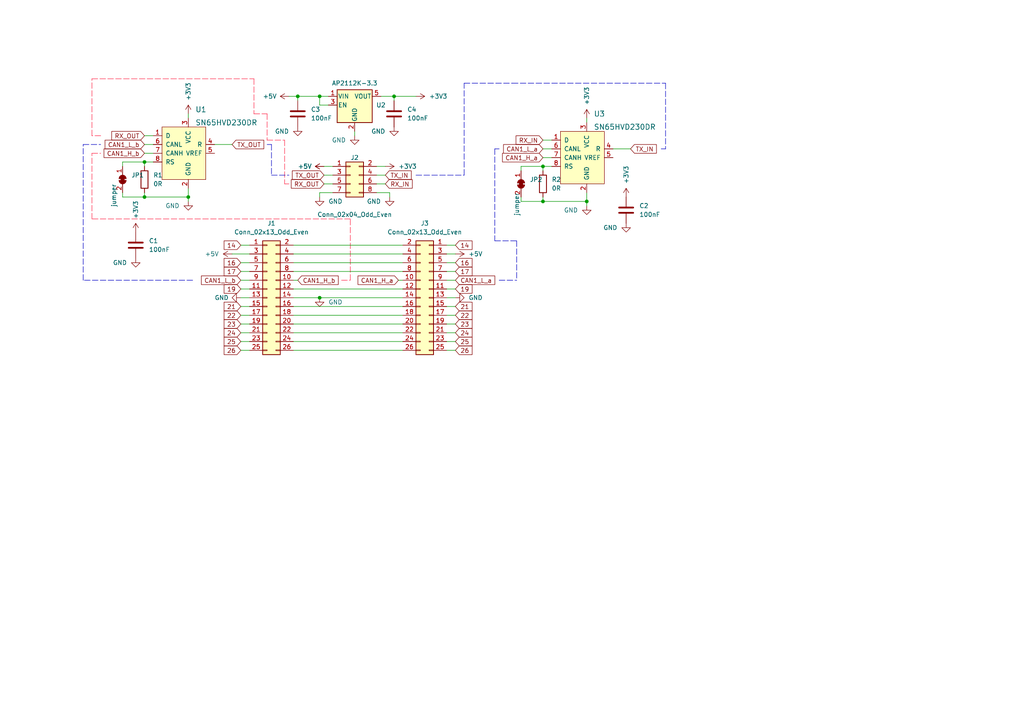
<source format=kicad_sch>
(kicad_sch (version 20211123) (generator eeschema)
  (paper "A4")
  (lib_symbols
    (symbol "Connector_Generic:Conn_02x04_Odd_Even" (pin_names (offset 1.016) hide)
      (property "Reference" "J" (at 1.27 5.08 0))
      (property "Value" "Conn_02x04_Odd_Even" (at 1.27 -7.62 0))
      (symbol "Conn_02x04_Odd_Even_1_1"
        (rectangle (start -1.27 -4.953) (end 0 -5.207) (stroke (width 0.1524)))
        (rectangle (start -1.27 -2.413) (end 0 -2.667) (stroke (width 0.1524)))
        (rectangle (start -1.27 0.127) (end 0 -0.127) (stroke (width 0.1524)))
        (rectangle (start -1.27 2.667) (end 0 2.413) (stroke (width 0.1524)))
        (rectangle (start -1.27 3.81) (end 3.81 -6.35) (stroke (width 0.254)) (fill (type background)))
        (rectangle (start 3.81 -4.953) (end 2.54 -5.207) (stroke (width 0.1524)))
        (rectangle (start 3.81 -2.413) (end 2.54 -2.667) (stroke (width 0.1524)))
        (rectangle (start 3.81 0.127) (end 2.54 -0.127) (stroke (width 0.1524)))
        (rectangle (start 3.81 2.667) (end 2.54 2.413) (stroke (width 0.1524)))
        (pin passive line (at -5.08 2.54 0) (length 3.81) (name "Pin_1") (number "1"))
        (pin passive line (at 7.62 2.54 180) (length 3.81) (name "Pin_2") (number "2"))
        (pin passive line (at -5.08 0 0) (length 3.81) (name "Pin_3") (number "3"))
        (pin passive line (at 7.62 0 180) (length 3.81) (name "Pin_4") (number "4"))
        (pin passive line (at -5.08 -2.54 0) (length 3.81) (name "Pin_5") (number "5"))
        (pin passive line (at 7.62 -2.54 180) (length 3.81) (name "Pin_6") (number "6"))
        (pin passive line (at -5.08 -5.08 0) (length 3.81) (name "Pin_7") (number "7"))
        (pin passive line (at 7.62 -5.08 180) (length 3.81) (name "Pin_8") (number "8"))
      )
    )
    (symbol "Connector_Generic:Conn_02x13_Odd_Even" (pin_names (offset 1.016) hide)
      (property "Reference" "J" (at 1.27 17.78 0))
      (property "Value" "Conn_02x13_Odd_Even" (at 1.27 -17.78 0))
      (symbol "Conn_02x13_Odd_Even_1_1"
        (rectangle (start -1.27 -15.113) (end 0 -15.367) (stroke (width 0.1524)))
        (rectangle (start -1.27 -12.573) (end 0 -12.827) (stroke (width 0.1524)))
        (rectangle (start -1.27 -10.033) (end 0 -10.287) (stroke (width 0.1524)))
        (rectangle (start -1.27 -7.493) (end 0 -7.747) (stroke (width 0.1524)))
        (rectangle (start -1.27 -4.953) (end 0 -5.207) (stroke (width 0.1524)))
        (rectangle (start -1.27 -2.413) (end 0 -2.667) (stroke (width 0.1524)))
        (rectangle (start -1.27 0.127) (end 0 -0.127) (stroke (width 0.1524)))
        (rectangle (start -1.27 2.667) (end 0 2.413) (stroke (width 0.1524)))
        (rectangle (start -1.27 5.207) (end 0 4.953) (stroke (width 0.1524)))
        (rectangle (start -1.27 7.747) (end 0 7.493) (stroke (width 0.1524)))
        (rectangle (start -1.27 10.287) (end 0 10.033) (stroke (width 0.1524)))
        (rectangle (start -1.27 12.827) (end 0 12.573) (stroke (width 0.1524)))
        (rectangle (start -1.27 15.367) (end 0 15.113) (stroke (width 0.1524)))
        (rectangle (start -1.27 16.51) (end 3.81 -16.51) (stroke (width 0.254)) (fill (type background)))
        (rectangle (start 3.81 -15.113) (end 2.54 -15.367) (stroke (width 0.1524)))
        (rectangle (start 3.81 -12.573) (end 2.54 -12.827) (stroke (width 0.1524)))
        (rectangle (start 3.81 -10.033) (end 2.54 -10.287) (stroke (width 0.1524)))
        (rectangle (start 3.81 -7.493) (end 2.54 -7.747) (stroke (width 0.1524)))
        (rectangle (start 3.81 -4.953) (end 2.54 -5.207) (stroke (width 0.1524)))
        (rectangle (start 3.81 -2.413) (end 2.54 -2.667) (stroke (width 0.1524)))
        (rectangle (start 3.81 0.127) (end 2.54 -0.127) (stroke (width 0.1524)))
        (rectangle (start 3.81 2.667) (end 2.54 2.413) (stroke (width 0.1524)))
        (rectangle (start 3.81 5.207) (end 2.54 4.953) (stroke (width 0.1524)))
        (rectangle (start 3.81 7.747) (end 2.54 7.493) (stroke (width 0.1524)))
        (rectangle (start 3.81 10.287) (end 2.54 10.033) (stroke (width 0.1524)))
        (rectangle (start 3.81 12.827) (end 2.54 12.573) (stroke (width 0.1524)))
        (rectangle (start 3.81 15.367) (end 2.54 15.113) (stroke (width 0.1524)))
        (pin passive line (at -5.08 15.24 0) (length 3.81) (name "Pin_1") (number "1"))
        (pin passive line (at 7.62 5.08 180) (length 3.81) (name "Pin_10") (number "10"))
        (pin passive line (at -5.08 2.54 0) (length 3.81) (name "Pin_11") (number "11"))
        (pin passive line (at 7.62 2.54 180) (length 3.81) (name "Pin_12") (number "12"))
        (pin passive line (at -5.08 0 0) (length 3.81) (name "Pin_13") (number "13"))
        (pin passive line (at 7.62 0 180) (length 3.81) (name "Pin_14") (number "14"))
        (pin passive line (at -5.08 -2.54 0) (length 3.81) (name "Pin_15") (number "15"))
        (pin passive line (at 7.62 -2.54 180) (length 3.81) (name "Pin_16") (number "16"))
        (pin passive line (at -5.08 -5.08 0) (length 3.81) (name "Pin_17") (number "17"))
        (pin passive line (at 7.62 -5.08 180) (length 3.81) (name "Pin_18") (number "18"))
        (pin passive line (at -5.08 -7.62 0) (length 3.81) (name "Pin_19") (number "19"))
        (pin passive line (at 7.62 15.24 180) (length 3.81) (name "Pin_2") (number "2"))
        (pin passive line (at 7.62 -7.62 180) (length 3.81) (name "Pin_20") (number "20"))
        (pin passive line (at -5.08 -10.16 0) (length 3.81) (name "Pin_21") (number "21"))
        (pin passive line (at 7.62 -10.16 180) (length 3.81) (name "Pin_22") (number "22"))
        (pin passive line (at -5.08 -12.7 0) (length 3.81) (name "Pin_23") (number "23"))
        (pin passive line (at 7.62 -12.7 180) (length 3.81) (name "Pin_24") (number "24"))
        (pin passive line (at -5.08 -15.24 0) (length 3.81) (name "Pin_25") (number "25"))
        (pin passive line (at 7.62 -15.24 180) (length 3.81) (name "Pin_26") (number "26"))
        (pin passive line (at -5.08 12.7 0) (length 3.81) (name "Pin_3") (number "3"))
        (pin passive line (at 7.62 12.7 180) (length 3.81) (name "Pin_4") (number "4"))
        (pin passive line (at -5.08 10.16 0) (length 3.81) (name "Pin_5") (number "5"))
        (pin passive line (at 7.62 10.16 180) (length 3.81) (name "Pin_6") (number "6"))
        (pin passive line (at -5.08 7.62 0) (length 3.81) (name "Pin_7") (number "7"))
        (pin passive line (at 7.62 7.62 180) (length 3.81) (name "Pin_8") (number "8"))
        (pin passive line (at -5.08 5.08 0) (length 3.81) (name "Pin_9") (number "9"))
      )
    )
    (symbol "Device:C" (pin_numbers hide) (pin_names (offset 0.254))
      (property "Reference" "C" (at 0.635 2.54 0))
      (property "Value" "C" (at 0.635 -2.54 0))
      (symbol "C_0_1"
        (polyline (pts (xy -2.032 -0.762) (xy 2.032 -0.762)) (stroke (width 0.508)))
        (polyline (pts (xy -2.032 0.762) (xy 2.032 0.762)) (stroke (width 0.508)))
      )
      (symbol "C_1_1"
        (pin passive line (at 0 3.81 270) (length 2.794) (name "~") (number "1"))
        (pin passive line (at 0 -3.81 90) (length 2.794) (name "~") (number "2"))
      )
    )
    (symbol "Device:R" (pin_numbers hide) (pin_names (offset 0))
      (property "Reference" "R" (at 2.032 0 90))
      (property "Value" "R" (at 0 0 90))
      (symbol "R_0_1"
        (rectangle (start -1.016 -2.54) (end 1.016 2.54) (stroke (width 0.254)))
      )
      (symbol "R_1_1"
        (pin passive line (at 0 3.81 270) (length 1.27) (name "~") (number "1"))
        (pin passive line (at 0 -3.81 90) (length 1.27) (name "~") (number "2"))
      )
    )
    (symbol "Jumper:SolderJumper_2_Bridged" (pin_names (offset 0) hide)
      (property "Reference" "JP" (at 0 2.032 0))
      (property "Value" "SolderJumper_2_Bridged" (at 0 -2.54 0))
      (symbol "SolderJumper_2_Bridged_0_1"
        (rectangle (start -0.508 0.508) (end 0.508 -0.508) (fill (type outline)))
        (arc (start -0.254 1.016) (mid -1.27 0) (end -0.254 -1.016))
        (arc (start -0.254 1.016) (mid -1.27 0) (end -0.254 -1.016) (fill (type outline)))
        (polyline (pts (xy -0.254 1.016) (xy -0.254 -1.016)))
        (polyline (pts (xy 0.254 1.016) (xy 0.254 -1.016)))
        (arc (start 0.254 -1.016) (mid 1.27 0) (end 0.254 1.016))
        (arc (start 0.254 -1.016) (mid 1.27 0) (end 0.254 1.016) (fill (type outline)))
      )
      (symbol "SolderJumper_2_Bridged_1_1"
        (pin passive line (at -3.81 0 0) (length 2.54) (name "A") (number "1"))
        (pin passive line (at 3.81 0 180) (length 2.54) (name "B") (number "2"))
      )
    )
    (symbol "Regulator_Linear:AP2112K-3.3" (pin_names (offset 0.254))
      (property "Reference" "U" (at -5.08 5.715 0))
      (property "Value" "AP2112K-3.3" (at 0 5.715 0))
      (symbol "AP2112K-3.3_0_1"
        (rectangle (start -5.08 4.445) (end 5.08 -5.08) (stroke (width 0.254)) (fill (type background)))
      )
      (symbol "AP2112K-3.3_1_1"
        (pin power_in line (at -7.62 2.54 0) (length 2.54) (name "VIN") (number "1"))
        (pin power_in line (at 0 -7.62 90) (length 2.54) (name "GND") (number "2"))
        (pin input line (at -7.62 0 0) (length 2.54) (name "EN") (number "3"))
        (pin no_connect line (at 5.08 0 180) (length 2.54) hide (name "NC") (number "4"))
        (pin power_out line (at 7.62 2.54 180) (length 2.54) (name "VOUT") (number "5"))
      )
    )
    (symbol "dk_Interface-Drivers-Receivers-Transceivers:SN65HVD230DR" (pin_names (offset 1.016))
      (property "Reference" "U" (at -2.54 1.27 0))
      (property "Value" "SN65HVD230DR" (at 5.08 -17.78 0))
      (symbol "SN65HVD230DR_0_1"
        (rectangle (start -5.08 0) (end 7.62 -15.24) (fill (type background)))
      )
      (symbol "SN65HVD230DR_1_1"
        (pin input line (at -7.62 -2.54 0) (length 2.54) (name "D") (number "1"))
        (pin power_in line (at 2.54 -17.78 90) (length 2.54) (name "GND") (number "2"))
        (pin power_in line (at 2.54 2.54 270) (length 2.54) (name "VCC") (number "3"))
        (pin output line (at 10.16 -5.08 180) (length 2.54) (name "R") (number "4"))
        (pin output line (at 10.16 -7.62 180) (length 2.54) (name "VREF") (number "5"))
        (pin bidirectional line (at -7.62 -5.08 0) (length 2.54) (name "CANL") (number "6"))
        (pin bidirectional line (at -7.62 -7.62 0) (length 2.54) (name "CANH") (number "7"))
        (pin input line (at -7.62 -10.16 0) (length 2.54) (name "RS") (number "8"))
      )
    )
    (symbol "power:+3V3" (power) (pin_names (offset 0))
      (property "Value" "+3V3" (at 0 3.556 0))
      (symbol "+3V3_0_1"
        (polyline (pts (xy -0.762 1.27) (xy 0 2.54)))
        (polyline (pts (xy 0 0) (xy 0 2.54)))
        (polyline (pts (xy 0 2.54) (xy 0.762 1.27)))
      )
      (symbol "+3V3_1_1"
        (pin power_in line (at 0 0 90) (length 0) hide (name "+3V3") (number "1"))
      )
    )
    (symbol "power:+5V" (power) (pin_names (offset 0))
      (property "Value" "+5V" (at 0 3.556 0))
      (symbol "+5V_0_1"
        (polyline (pts (xy -0.762 1.27) (xy 0 2.54)))
        (polyline (pts (xy 0 0) (xy 0 2.54)))
        (polyline (pts (xy 0 2.54) (xy 0.762 1.27)))
      )
      (symbol "+5V_1_1"
        (pin power_in line (at 0 0 90) (length 0) hide (name "+5V") (number "1"))
      )
    )
    (symbol "power:GND" (power) (pin_names (offset 0))
      (property "Value" "GND" (at 0 -3.81 0))
      (symbol "GND_0_1"
        (polyline (pts (xy 0 0) (xy 0 -1.27) (xy 1.27 -1.27) (xy 0 -2.54) (xy -1.27 -1.27) (xy 0 -1.27)))
      )
      (symbol "GND_1_1"
        (pin power_in line (at 0 0 270) (length 0) hide (name "GND") (number "1"))
      )
    )
  )
  (junction (at 54.61 57.15))
  (junction (at 114.3 27.94))
  (junction (at 41.91 46.99))
  (junction (at 157.48 58.42))
  (junction (at 41.91 57.15))
  (junction (at 92.71 86.36))
  (junction (at 157.48 48.26))
  (junction (at 170.18 58.42))
  (junction (at 86.36 27.94))
  (junction (at 92.71 27.94))
  (wire (pts (xy 41.91 41.91) (xy 44.45 41.91)))
  (wire (pts (xy 54.61 57.15) (xy 54.61 58.42)))
  (wire (pts (xy 111.76 50.8) (xy 109.22 50.8)))
  (wire (pts (xy 92.71 86.36) (xy 116.84 86.36)))
  (wire (pts (xy 69.85 76.2) (xy 72.39 76.2)))
  (wire (pts (xy 132.08 101.6) (xy 129.54 101.6)))
  (wire (pts (xy 67.31 73.66) (xy 72.39 73.66)))
  (wire (pts (xy 113.03 57.15) (xy 113.03 55.88)))
  (wire (pts (xy 157.48 58.42) (xy 170.18 58.42)))
  (wire (pts (xy 177.8 43.18) (xy 182.88 43.18)))
  (wire (pts (xy 157.48 45.72) (xy 160.02 45.72)))
  (polyline (pts (xy 26.67 44.45) (xy 29.21 44.45)) (stroke (width 0) (color 255 39 73 1)))
  (wire (pts (xy 132.08 81.28) (xy 129.54 81.28)))
  (wire (pts (xy 92.71 27.94) (xy 92.71 30.48)))
  (polyline (pts (xy 101.6 63.5) (xy 26.67 63.5)) (stroke (width 0) (color 255 39 73 1)))
  (polyline (pts (xy 191.77 43.18) (xy 193.04 43.18)))
  (wire (pts (xy 110.49 27.94) (xy 114.3 27.94)))
  (polyline (pts (xy 193.04 24.13) (xy 193.04 43.18)))
  (wire (pts (xy 132.08 71.12) (xy 129.54 71.12)))
  (polyline (pts (xy 148.59 24.13) (xy 193.04 24.13)))
  (wire (pts (xy 111.76 48.26) (xy 109.22 48.26)))
  (wire (pts (xy 92.71 55.88) (xy 96.52 55.88)))
  (wire (pts (xy 41.91 44.45) (xy 44.45 44.45)))
  (polyline (pts (xy 144.78 81.28) (xy 149.86 81.28)))
  (wire (pts (xy 35.56 55.88) (xy 35.56 57.15)))
  (polyline (pts (xy 101.6 81.28) (xy 101.6 63.5)) (stroke (width 0) (color 255 39 73 1)))
  (polyline (pts (xy 26.67 63.5) (xy 26.67 44.45)) (stroke (width 0) (color 255 39 73 1)))
  (wire (pts (xy 102.87 38.1) (xy 102.87 39.37)))
  (wire (pts (xy 85.09 78.74) (xy 116.84 78.74)))
  (wire (pts (xy 170.18 58.42) (xy 170.18 59.69)))
  (polyline (pts (xy 26.67 22.86) (xy 73.66 22.86)) (stroke (width 0) (color 255 39 73 1)))
  (wire (pts (xy 92.71 27.94) (xy 95.25 27.94)))
  (wire (pts (xy 115.57 81.28) (xy 116.84 81.28)))
  (wire (pts (xy 69.85 93.98) (xy 72.39 93.98)))
  (polyline (pts (xy 149.86 69.85) (xy 149.86 81.28)))
  (wire (pts (xy 151.13 48.26) (xy 151.13 49.53)))
  (wire (pts (xy 132.08 93.98) (xy 129.54 93.98)))
  (polyline (pts (xy 77.47 41.91) (xy 78.74 41.91)))
  (polyline (pts (xy 73.66 33.02) (xy 77.47 33.02)) (stroke (width 0) (color 255 39 73 1)))
  (wire (pts (xy 93.98 53.34) (xy 96.52 53.34)))
  (polyline (pts (xy 55.88 81.28) (xy 24.13 81.28)))
  (wire (pts (xy 151.13 57.15) (xy 151.13 58.42)))
  (wire (pts (xy 85.09 91.44) (xy 116.84 91.44)))
  (wire (pts (xy 86.36 27.94) (xy 92.71 27.94)))
  (polyline (pts (xy 134.62 50.8) (xy 134.62 24.13)))
  (wire (pts (xy 69.85 88.9) (xy 72.39 88.9)))
  (polyline (pts (xy 78.74 41.91) (xy 78.74 50.8)))
  (wire (pts (xy 132.08 83.82) (xy 129.54 83.82)))
  (wire (pts (xy 85.09 88.9) (xy 116.84 88.9)))
  (wire (pts (xy 157.48 40.64) (xy 160.02 40.64)))
  (wire (pts (xy 157.48 48.26) (xy 157.48 49.53)))
  (wire (pts (xy 69.85 91.44) (xy 72.39 91.44)))
  (polyline (pts (xy 144.78 43.18) (xy 143.51 43.18)))
  (polyline (pts (xy 134.62 24.13) (xy 148.59 24.13)))
  (wire (pts (xy 170.18 55.88) (xy 170.18 58.42)))
  (wire (pts (xy 157.48 57.15) (xy 157.48 58.42)))
  (wire (pts (xy 170.18 35.56) (xy 170.18 34.29)))
  (polyline (pts (xy 24.13 81.28) (xy 24.13 41.91)))
  (polyline (pts (xy 82.55 40.64) (xy 82.55 53.34)) (stroke (width 0) (color 255 39 73 1)))
  (wire (pts (xy 69.85 99.06) (xy 72.39 99.06)))
  (wire (pts (xy 69.85 78.74) (xy 72.39 78.74)))
  (wire (pts (xy 69.85 71.12) (xy 72.39 71.12)))
  (polyline (pts (xy 24.13 41.91) (xy 29.21 41.91)))
  (wire (pts (xy 85.09 83.82) (xy 116.84 83.82)))
  (wire (pts (xy 132.08 73.66) (xy 129.54 73.66)))
  (wire (pts (xy 62.23 41.91) (xy 67.31 41.91)))
  (polyline (pts (xy 120.65 50.8) (xy 134.62 50.8)))
  (wire (pts (xy 69.85 101.6) (xy 72.39 101.6)))
  (wire (pts (xy 157.48 43.18) (xy 160.02 43.18)))
  (wire (pts (xy 92.71 30.48) (xy 95.25 30.48)))
  (wire (pts (xy 132.08 76.2) (xy 129.54 76.2)))
  (polyline (pts (xy 99.06 81.28) (xy 101.6 81.28)) (stroke (width 0) (color 255 39 73 1)))
  (polyline (pts (xy 77.47 40.64) (xy 82.55 40.64)) (stroke (width 0) (color 255 39 73 1)))
  (polyline (pts (xy 26.67 39.37) (xy 26.67 22.86)) (stroke (width 0) (color 255 39 73 1)))
  (wire (pts (xy 41.91 57.15) (xy 54.61 57.15)))
  (wire (pts (xy 132.08 78.74) (xy 129.54 78.74)))
  (wire (pts (xy 85.09 73.66) (xy 116.84 73.66)))
  (wire (pts (xy 85.09 96.52) (xy 116.84 96.52)))
  (wire (pts (xy 132.08 99.06) (xy 129.54 99.06)))
  (polyline (pts (xy 73.66 22.86) (xy 73.66 33.02)) (stroke (width 0) (color 255 39 73 1)))
  (wire (pts (xy 69.85 86.36) (xy 72.39 86.36)))
  (wire (pts (xy 35.56 46.99) (xy 35.56 48.26)))
  (polyline (pts (xy 78.74 50.8) (xy 83.82 50.8)))
  (wire (pts (xy 85.09 99.06) (xy 116.84 99.06)))
  (wire (pts (xy 41.91 46.99) (xy 41.91 48.26)))
  (wire (pts (xy 151.13 48.26) (xy 157.48 48.26)))
  (wire (pts (xy 54.61 34.29) (xy 54.61 33.02)))
  (wire (pts (xy 132.08 91.44) (xy 129.54 91.44)))
  (wire (pts (xy 85.09 71.12) (xy 116.84 71.12)))
  (wire (pts (xy 111.76 53.34) (xy 109.22 53.34)))
  (wire (pts (xy 160.02 48.26) (xy 157.48 48.26)))
  (wire (pts (xy 92.71 57.15) (xy 92.71 55.88)))
  (wire (pts (xy 44.45 46.99) (xy 41.91 46.99)))
  (wire (pts (xy 41.91 39.37) (xy 44.45 39.37)))
  (wire (pts (xy 93.98 48.26) (xy 96.52 48.26)))
  (wire (pts (xy 85.09 101.6) (xy 116.84 101.6)))
  (wire (pts (xy 54.61 54.61) (xy 54.61 57.15)))
  (wire (pts (xy 113.03 55.88) (xy 109.22 55.88)))
  (wire (pts (xy 41.91 46.99) (xy 35.56 46.99)))
  (wire (pts (xy 69.85 96.52) (xy 72.39 96.52)))
  (wire (pts (xy 35.56 57.15) (xy 41.91 57.15)))
  (wire (pts (xy 41.91 55.88) (xy 41.91 57.15)))
  (wire (pts (xy 114.3 27.94) (xy 120.65 27.94)))
  (wire (pts (xy 86.36 27.94) (xy 86.36 29.21)))
  (polyline (pts (xy 82.55 53.34) (xy 83.82 53.34)) (stroke (width 0) (color 255 39 73 1)))
  (wire (pts (xy 85.09 76.2) (xy 116.84 76.2)))
  (wire (pts (xy 85.09 93.98) (xy 116.84 93.98)))
  (wire (pts (xy 85.09 81.28) (xy 86.36 81.28)))
  (wire (pts (xy 85.09 86.36) (xy 92.71 86.36)))
  (wire (pts (xy 69.85 83.82) (xy 72.39 83.82)))
  (wire (pts (xy 93.98 50.8) (xy 96.52 50.8)))
  (wire (pts (xy 114.3 27.94) (xy 114.3 29.21)))
  (wire (pts (xy 132.08 96.52) (xy 129.54 96.52)))
  (polyline (pts (xy 143.51 69.85) (xy 149.86 69.85)))
  (wire (pts (xy 69.85 81.28) (xy 72.39 81.28)))
  (wire (pts (xy 151.13 58.42) (xy 157.48 58.42)))
  (wire (pts (xy 132.08 86.36) (xy 129.54 86.36)))
  (wire (pts (xy 132.08 88.9) (xy 129.54 88.9)))
  (polyline (pts (xy 77.47 33.02) (xy 77.47 40.64)) (stroke (width 0) (color 255 39 73 1)))
  (polyline (pts (xy 29.21 39.37) (xy 26.67 39.37)) (stroke (width 0) (color 255 39 73 1)))
  (wire (pts (xy 83.82 27.94) (xy 86.36 27.94)))
  (polyline (pts (xy 143.51 43.18) (xy 143.51 69.85)))
  (global_label "26" (shape input) (at 69.85 101.6 180) (property "Intersheet References" "${INTERSHEET_REFS}" (effects hide)))
  (global_label "TX_OUT" (shape input) (at 67.31 41.91 0) (property "Intersheet References" "${INTERSHEET_REFS}" (effects hide)))
  (global_label "CAN1_H_b" (shape input) (at 41.91 44.45 180) (property "Intersheet References" "${INTERSHEET_REFS}" (effects hide)))
  (global_label "25" (shape input) (at 69.85 99.06 180) (property "Intersheet References" "${INTERSHEET_REFS}" (effects hide)))
  (global_label "RX_IN" (shape input) (at 157.48 40.64 180) (property "Intersheet References" "${INTERSHEET_REFS}" (effects hide)))
  (global_label "16" (shape input) (at 132.08 76.2 0) (property "Intersheet References" "${INTERSHEET_REFS}" (effects hide)))
  (global_label "TX_IN" (shape input) (at 111.76 50.8 0) (property "Intersheet References" "${INTERSHEET_REFS}" (effects hide)))
  (global_label "CAN1_L_a" (shape input) (at 132.08 81.28 0) (property "Intersheet References" "${INTERSHEET_REFS}" (effects hide)))
  (global_label "CAN1_H_a" (shape input) (at 115.57 81.28 180) (property "Intersheet References" "${INTERSHEET_REFS}" (effects hide)))
  (global_label "CAN1_L_a" (shape input) (at 157.48 43.18 180) (property "Intersheet References" "${INTERSHEET_REFS}" (effects hide)))
  (global_label "TX_OUT" (shape input) (at 93.98 50.8 180) (property "Intersheet References" "${INTERSHEET_REFS}" (effects hide)))
  (global_label "CAN1_H_a" (shape input) (at 157.48 45.72 180) (property "Intersheet References" "${INTERSHEET_REFS}" (effects hide)))
  (global_label "19" (shape input) (at 69.85 83.82 180) (property "Intersheet References" "${INTERSHEET_REFS}" (effects hide)))
  (global_label "17" (shape input) (at 69.85 78.74 180) (property "Intersheet References" "${INTERSHEET_REFS}" (effects hide)))
  (global_label "CAN1_L_b" (shape input) (at 69.85 81.28 180) (property "Intersheet References" "${INTERSHEET_REFS}" (effects hide)))
  (global_label "25" (shape input) (at 132.08 99.06 0) (property "Intersheet References" "${INTERSHEET_REFS}" (effects hide)))
  (global_label "19" (shape input) (at 132.08 83.82 0) (property "Intersheet References" "${INTERSHEET_REFS}" (effects hide)))
  (global_label "24" (shape input) (at 132.08 96.52 0) (property "Intersheet References" "${INTERSHEET_REFS}" (effects hide)))
  (global_label "16" (shape input) (at 69.85 76.2 180) (property "Intersheet References" "${INTERSHEET_REFS}" (effects hide)))
  (global_label "21" (shape input) (at 69.85 88.9 180) (property "Intersheet References" "${INTERSHEET_REFS}" (effects hide)))
  (global_label "22" (shape input) (at 132.08 91.44 0) (property "Intersheet References" "${INTERSHEET_REFS}" (effects hide)))
  (global_label "TX_IN" (shape input) (at 182.88 43.18 0) (property "Intersheet References" "${INTERSHEET_REFS}" (effects hide)))
  (global_label "21" (shape input) (at 132.08 88.9 0) (property "Intersheet References" "${INTERSHEET_REFS}" (effects hide)))
  (global_label "24" (shape input) (at 69.85 96.52 180) (property "Intersheet References" "${INTERSHEET_REFS}" (effects hide)))
  (global_label "CAN1_H_b" (shape input) (at 86.36 81.28 0) (property "Intersheet References" "${INTERSHEET_REFS}" (effects hide)))
  (global_label "23" (shape input) (at 132.08 93.98 0) (property "Intersheet References" "${INTERSHEET_REFS}" (effects hide)))
  (global_label "23" (shape input) (at 69.85 93.98 180) (property "Intersheet References" "${INTERSHEET_REFS}" (effects hide)))
  (global_label "RX_OUT" (shape input) (at 93.98 53.34 180) (property "Intersheet References" "${INTERSHEET_REFS}" (effects hide)))
  (global_label "RX_OUT" (shape input) (at 41.91 39.37 180) (property "Intersheet References" "${INTERSHEET_REFS}" (effects hide)))
  (global_label "17" (shape input) (at 132.08 78.74 0) (property "Intersheet References" "${INTERSHEET_REFS}" (effects hide)))
  (global_label "22" (shape input) (at 69.85 91.44 180) (property "Intersheet References" "${INTERSHEET_REFS}" (effects hide)))
  (global_label "14" (shape input) (at 132.08 71.12 0) (property "Intersheet References" "${INTERSHEET_REFS}" (effects hide)))
  (global_label "14" (shape input) (at 69.85 71.12 180) (property "Intersheet References" "${INTERSHEET_REFS}" (effects hide)))
  (global_label "CAN1_L_b" (shape input) (at 41.91 41.91 180) (property "Intersheet References" "${INTERSHEET_REFS}" (effects hide)))
  (global_label "26" (shape input) (at 132.08 101.6 0) (property "Intersheet References" "${INTERSHEET_REFS}" (effects hide)))
  (global_label "RX_IN" (shape input) (at 111.76 53.34 0) (property "Intersheet References" "${INTERSHEET_REFS}" (effects hide)))
  (symbol (lib_id "Device:C") (at 181.61 60.96 0) (unit 1)
    (property "Reference" "C2" (at 185.42 59.6899 0) (effects (justify left)))
    (property "Value" "100nF" (at 185.42 62.2299 0) (effects (justify left)))
    (property "Footprint" "Capacitor_SMD:C_0603_1608Metric_Pad1.08x0.95mm_HandSolder" (effects hide))
  )
  (symbol (lib_id "power:+3V3") (at 170.18 34.29 0) (unit 1)
    (property "Reference" "#PWR0103" (effects hide))
    (property "Value" "+3V3" (at 170.1799 30.48 90) (effects (justify left)))
  )
  (symbol (lib_id "Device:C") (at 39.37 71.12 0) (unit 1)
    (property "Reference" "C1" (at 43.18 69.8499 0) (effects (justify left)))
    (property "Value" "100nF" (at 43.18 72.3899 0) (effects (justify left)))
    (property "Footprint" "Capacitor_SMD:C_0603_1608Metric_Pad1.08x0.95mm_HandSolder" (effects hide))
  )
  (symbol (lib_id "power:+3V3") (at 54.61 33.02 0) (unit 1)
    (property "Reference" "#PWR0109" (effects hide))
    (property "Value" "+3V3" (at 54.6099 29.21 90) (effects (justify left)))
  )
  (symbol (lib_id "power:GND") (at 92.71 86.36 0) (unit 1)
    (property "Reference" "#PWR0105" (effects hide))
    (property "Value" "GND" (at 95.25 87.6299 0) (effects (justify left)))
  )
  (symbol (lib_id "dk_Interface-Drivers-Receivers-Transceivers:SN65HVD230DR") (at 167.64 38.1 0) (unit 1)
    (property "Reference" "U3" (at 172.1994 33.02 0) (effects (font (size 1.524 1.524)) (justify left)))
    (property "Value" "SN65HVD230DR" (at 172.1994 36.83 0) (effects (font (size 1.524 1.524)) (justify left)))
    (property "Footprint" "Package_SO:SOIC-8_3.9x4.9mm_P1.27mm" (effects hide))
    (property "Datasheet" "http://www.ti.com/general/docs/suppproductinfo.tsp?distId=10&gotoUrl=http%3A%2F%2Fwww.ti.com%2Flit%2Fgpn%2Fsn65hvd230" (effects hide))
    (property "Digi-Key_PN" "296-11654-1-ND" (effects hide))
    (property "MPN" "SN65HVD230DR" (effects hide))
    (property "Category" "Integrated Circuits (ICs)" (effects hide))
    (property "Family" "Interface - Drivers, Receivers, Transceivers" (effects hide))
    (property "DK_Datasheet_Link" "http://www.ti.com/general/docs/suppproductinfo.tsp?distId=10&gotoUrl=http%3A%2F%2Fwww.ti.com%2Flit%2Fgpn%2Fsn65hvd230" (effects hide))
    (property "DK_Detail_Page" "/product-detail/en/texas-instruments/SN65HVD230DR/296-11654-1-ND/404366" (effects hide))
    (property "Description" "IC TXRX CAN 1MBPS 3.3V 8SOIC" (effects hide))
    (property "Manufacturer" "Texas Instruments" (effects hide))
    (property "Status" "Active" (effects hide))
  )
  (symbol (lib_id "power:+5V") (at 67.31 73.66 90) (unit 1)
    (property "Reference" "#PWR0106" (effects hide))
    (property "Value" "+5V" (at 63.5 73.6599 90) (effects (justify left)))
  )
  (symbol (lib_id "power:GND") (at 132.08 86.36 90) (unit 1)
    (property "Reference" "#PWR0101" (effects hide))
    (property "Value" "GND" (at 135.89 86.3599 90) (effects (justify right)))
  )
  (symbol (lib_id "power:GND") (at 170.18 59.69 0) (mirror y) (unit 1)
    (property "Reference" "#PWR0104" (effects hide))
    (property "Value" "GND" (at 167.64 60.9599 0) (effects (justify left)))
  )
  (symbol (lib_id "Device:R") (at 157.48 53.34 0) (unit 1)
    (property "Reference" "R2" (at 160.02 52.0699 0) (effects (justify left)))
    (property "Value" "0R" (at 160.02 54.6099 0) (effects (justify left)))
    (property "Footprint" "Resistor_SMD:R_0603_1608Metric_Pad0.98x0.95mm_HandSolder" (effects hide))
  )
  (symbol (lib_id "power:+5V") (at 93.98 48.26 90) (unit 1)
    (property "Reference" "#PWR0116" (effects hide))
    (property "Value" "+5V" (at 86.36 48.26 90) (effects (justify right)))
  )
  (symbol (lib_id "Connector_Generic:Conn_02x13_Odd_Even") (at 77.47 86.36 0) (unit 1)
    (property "Reference" "J1" (at 78.74 64.77 0))
    (property "Value" "Conn_02x13_Odd_Even" (at 78.74 67.31 0))
    (property "Footprint" "Connector_IDC:IDC-Header_2x13_P2.54mm_Vertical" (effects hide))
  )
  (symbol (lib_id "power:+5V") (at 132.08 73.66 270) (unit 1)
    (property "Reference" "#PWR0102" (effects hide))
    (property "Value" "+5V" (at 135.89 73.6599 90) (effects (justify left)))
  )
  (symbol (lib_id "Connector_Generic:Conn_02x13_Odd_Even") (at 124.46 86.36 0) (mirror y) (unit 1)
    (property "Reference" "J3" (at 123.19 64.77 0))
    (property "Value" "Conn_02x13_Odd_Even" (at 123.19 67.31 0))
    (property "Footprint" "Connector_IDC:IDC-Header_2x13_P2.54mm_Vertical" (effects hide))
  )
  (symbol (lib_id "power:GND") (at 86.36 36.83 0) (mirror y) (unit 1)
    (property "Reference" "#PWR0122" (effects hide))
    (property "Value" "GND" (at 83.82 38.0999 0) (effects (justify left)))
  )
  (symbol (lib_id "power:GND") (at 39.37 74.93 0) (mirror y) (unit 1)
    (property "Reference" "#PWR0118" (effects hide))
    (property "Value" "GND" (at 36.83 76.1999 0) (effects (justify left)))
  )
  (symbol (lib_id "power:+3V3") (at 39.37 67.31 0) (unit 1)
    (property "Reference" "#PWR0119" (effects hide))
    (property "Value" "+3V3" (at 39.3699 63.5 90) (effects (justify left)))
  )
  (symbol (lib_id "Regulator_Linear:AP2112K-3.3") (at 102.87 30.48 0) (unit 1)
    (property "Reference" "U2" (at 110.49 30.48 0))
    (property "Value" "AP2112K-3.3" (at 102.87 24.13 0))
    (property "Footprint" "Package_TO_SOT_SMD:SOT-23-5" (effects hide))
    (property "Datasheet" "https://www.diodes.com/assets/Datasheets/AP2112.pdf" (effects hide))
  )
  (symbol (lib_id "power:+3V3") (at 181.61 57.15 0) (unit 1)
    (property "Reference" "#PWR0120" (effects hide))
    (property "Value" "+3V3" (at 181.6099 53.34 90) (effects (justify left)))
  )
  (symbol (lib_id "power:GND") (at 102.87 39.37 0) (mirror y) (unit 1)
    (property "Reference" "#PWR0117" (effects hide))
    (property "Value" "GND" (at 100.33 40.6399 0) (effects (justify left)))
  )
  (symbol (lib_id "Device:R") (at 41.91 52.07 0) (unit 1)
    (property "Reference" "R1" (at 44.45 50.7999 0) (effects (justify left)))
    (property "Value" "0R" (at 44.45 53.3399 0) (effects (justify left)))
    (property "Footprint" "Resistor_SMD:R_0603_1608Metric_Pad0.98x0.95mm_HandSolder" (effects hide))
  )
  (symbol (lib_id "Jumper:SolderJumper_2_Bridged") (at 35.56 52.07 270) (unit 1)
    (property "Reference" "JP1" (at 38.1 50.7999 90) (effects (justify left)))
    (property "Value" "jumper" (at 33.02 53.34 0) (effects (justify left)))
    (property "Footprint" "Jumper:SolderJumper-2_P1.3mm_Bridged_RoundedPad1.0x1.5mm" (effects hide))
  )
  (symbol (lib_id "power:GND") (at 114.3 36.83 0) (mirror y) (unit 1)
    (property "Reference" "#PWR0123" (effects hide))
    (property "Value" "GND" (at 111.76 38.0999 0) (effects (justify left)))
  )
  (symbol (lib_id "dk_Interface-Drivers-Receivers-Transceivers:SN65HVD230DR") (at 52.07 36.83 0) (unit 1)
    (property "Reference" "U1" (at 56.6294 31.75 0) (effects (font (size 1.524 1.524)) (justify left)))
    (property "Value" "SN65HVD230DR" (at 56.6294 35.56 0) (effects (font (size 1.524 1.524)) (justify left)))
    (property "Footprint" "Package_SO:SOIC-8_3.9x4.9mm_P1.27mm" (effects hide))
    (property "Datasheet" "http://www.ti.com/general/docs/suppproductinfo.tsp?distId=10&gotoUrl=http%3A%2F%2Fwww.ti.com%2Flit%2Fgpn%2Fsn65hvd230" (effects hide))
    (property "Digi-Key_PN" "296-11654-1-ND" (effects hide))
    (property "MPN" "SN65HVD230DR" (effects hide))
    (property "Category" "Integrated Circuits (ICs)" (effects hide))
    (property "Family" "Interface - Drivers, Receivers, Transceivers" (effects hide))
    (property "DK_Datasheet_Link" "http://www.ti.com/general/docs/suppproductinfo.tsp?distId=10&gotoUrl=http%3A%2F%2Fwww.ti.com%2Flit%2Fgpn%2Fsn65hvd230" (effects hide))
    (property "DK_Detail_Page" "/product-detail/en/texas-instruments/SN65HVD230DR/296-11654-1-ND/404366" (effects hide))
    (property "Description" "IC TXRX CAN 1MBPS 3.3V 8SOIC" (effects hide))
    (property "Manufacturer" "Texas Instruments" (effects hide))
    (property "Status" "Active" (effects hide))
  )
  (symbol (lib_id "power:GND") (at 54.61 58.42 0) (mirror y) (unit 1)
    (property "Reference" "#PWR0108" (effects hide))
    (property "Value" "GND" (at 52.07 59.6899 0) (effects (justify left)))
  )
  (symbol (lib_id "power:+5V") (at 83.82 27.94 90) (unit 1)
    (property "Reference" "#PWR0110" (effects hide))
    (property "Value" "+5V" (at 76.2 27.94 90) (effects (justify right)))
  )
  (symbol (lib_id "power:+3V3") (at 111.76 48.26 270) (unit 1)
    (property "Reference" "#PWR0114" (effects hide))
    (property "Value" "+3V3" (at 115.57 48.2599 90) (effects (justify left)))
  )
  (symbol (lib_id "Device:C") (at 114.3 33.02 0) (unit 1)
    (property "Reference" "C4" (at 118.11 31.7499 0) (effects (justify left)))
    (property "Value" "100nF" (at 118.11 34.2899 0) (effects (justify left)))
    (property "Footprint" "Capacitor_SMD:C_0603_1608Metric_Pad1.08x0.95mm_HandSolder" (effects hide))
  )
  (symbol (lib_id "Jumper:SolderJumper_2_Bridged") (at 151.13 53.34 270) (unit 1)
    (property "Reference" "JP2" (at 153.67 52.0699 90) (effects (justify left)))
    (property "Value" "jumper" (at 149.86 55.88 0) (effects (justify left)))
    (property "Footprint" "Jumper:SolderJumper-2_P1.3mm_Bridged_RoundedPad1.0x1.5mm" (effects hide))
  )
  (symbol (lib_id "power:GND") (at 92.71 57.15 0) (unit 1)
    (property "Reference" "#PWR0112" (effects hide))
    (property "Value" "GND" (at 95.25 58.4199 0) (effects (justify left)))
  )
  (symbol (lib_id "Connector_Generic:Conn_02x04_Odd_Even") (at 101.6 50.8 0) (unit 1)
    (property "Reference" "J2" (at 102.87 45.72 0))
    (property "Value" "Conn_02x04_Odd_Even" (at 102.87 62.23 0))
    (property "Footprint" "Connector_PinHeader_2.54mm:PinHeader_2x04_P2.54mm_Vertical" (effects hide))
  )
  (symbol (lib_id "power:+5V") (at 93.98 48.26 90) (unit 1)
    (property "Reference" "#PWR0115" (effects hide))
    (property "Value" "+5V" (at 86.36 48.26 90) (effects (justify right)))
  )
  (symbol (lib_id "power:+3V3") (at 120.65 27.94 270) (unit 1)
    (property "Reference" "#PWR0113" (effects hide))
    (property "Value" "+3V3" (at 124.46 27.9399 90) (effects (justify left)))
  )
  (symbol (lib_id "power:GND") (at 181.61 64.77 0) (mirror y) (unit 1)
    (property "Reference" "#PWR0121" (effects hide))
    (property "Value" "GND" (at 179.07 66.0399 0) (effects (justify left)))
  )
  (symbol (lib_id "power:GND") (at 113.03 57.15 0) (mirror y) (unit 1)
    (property "Reference" "#PWR0111" (effects hide))
    (property "Value" "GND" (at 110.49 58.4199 0) (effects (justify left)))
  )
  (symbol (lib_id "Device:C") (at 86.36 33.02 0) (unit 1)
    (property "Reference" "C3" (at 90.17 31.7499 0) (effects (justify left)))
    (property "Value" "100nF" (at 90.17 34.2899 0) (effects (justify left)))
    (property "Footprint" "Capacitor_SMD:C_0603_1608Metric_Pad1.08x0.95mm_HandSolder" (effects hide))
  )
  (symbol (lib_id "power:GND") (at 69.85 86.36 270) (unit 1)
    (property "Reference" "#PWR0107" (effects hide))
    (property "Value" "GND" (at 62.23 86.36 90) (effects (justify left)))
  )
)
</source>
